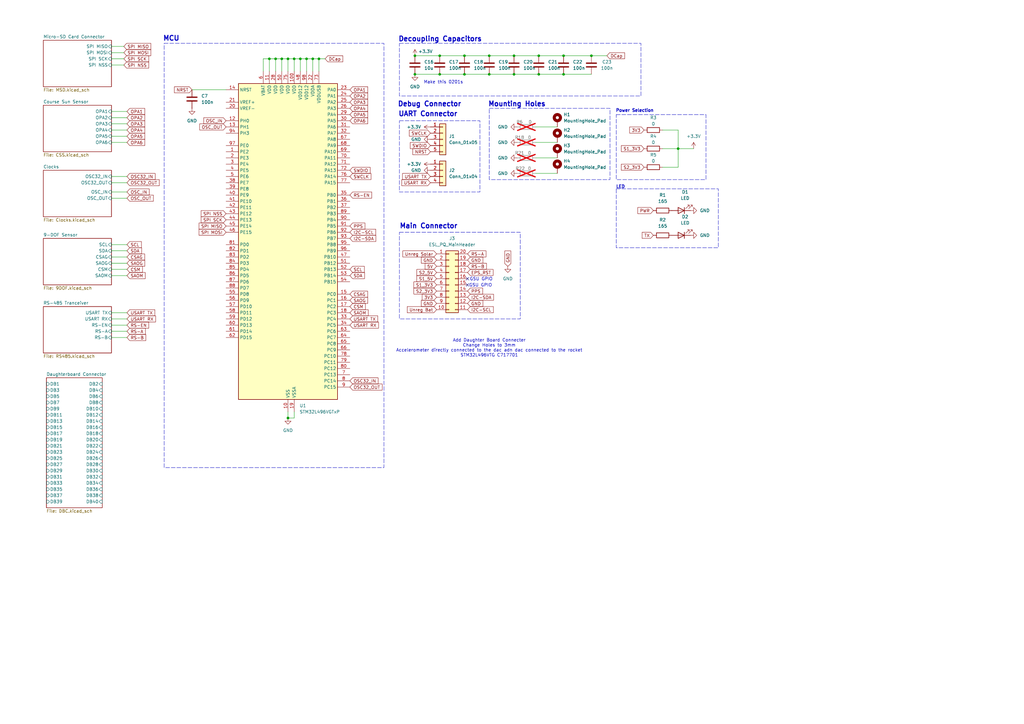
<source format=kicad_sch>
(kicad_sch (version 20231120) (generator "eeschema") (generator_version "8.0")
  (paper "A3")
  (title_block (title "ADCS OBC") (date "2024-04-18") (rev "V1") (comment 1 "22619291") (comment 2 "DP Theron"))
  (lib_symbols
    (symbol "+3.3V_1" (power) (pin_numbers hide) (pin_names (offset 0) hide)
      (property "Value" "+3.3V" (at 0 3.556 0))
      (symbol "+3.3V_1_0_1"
        (polyline (pts (xy -0.762 1.27) (xy 0 2.54)))
        (polyline (pts (xy 0 0) (xy 0 2.54)))
        (polyline (pts (xy 0 2.54) (xy 0.762 1.27)))
      )
      (symbol "+3.3V_1_1_1"
        (pin power_in line (at 0 0 90) (length 0) (name "~") (number "1"))
      )
    )
    (symbol "Connector_Generic:Conn_01x04" (pin_names (offset 1.016) hide)
      (property "Reference" "J" (at 0 5.08 0))
      (property "Value" "Conn_01x04" (at 0 -7.62 0))
      (symbol "Conn_01x04_1_1"
        (rectangle (start -1.27 -4.953) (end 0 -5.207) (stroke (width 0.1524)))
        (rectangle (start -1.27 -2.413) (end 0 -2.667) (stroke (width 0.1524)))
        (rectangle (start -1.27 0.127) (end 0 -0.127) (stroke (width 0.1524)))
        (rectangle (start -1.27 2.667) (end 0 2.413) (stroke (width 0.1524)))
        (rectangle (start -1.27 3.81) (end 1.27 -6.35) (stroke (width 0.254)) (fill (type background)))
        (pin passive line (at -5.08 2.54 0) (length 3.81) (name "Pin_1") (number "1"))
        (pin passive line (at -5.08 0 0) (length 3.81) (name "Pin_2") (number "2"))
        (pin passive line (at -5.08 -2.54 0) (length 3.81) (name "Pin_3") (number "3"))
        (pin passive line (at -5.08 -5.08 0) (length 3.81) (name "Pin_4") (number "4"))
      )
    )
    (symbol "Connector_Generic:Conn_01x05" (pin_names (offset 1.016) hide)
      (property "Reference" "J" (at 0 7.62 0))
      (property "Value" "Conn_01x05" (at 0 -7.62 0))
      (symbol "Conn_01x05_1_1"
        (rectangle (start -1.27 -4.953) (end 0 -5.207) (stroke (width 0.1524)))
        (rectangle (start -1.27 -2.413) (end 0 -2.667) (stroke (width 0.1524)))
        (rectangle (start -1.27 0.127) (end 0 -0.127) (stroke (width 0.1524)))
        (rectangle (start -1.27 2.667) (end 0 2.413) (stroke (width 0.1524)))
        (rectangle (start -1.27 5.207) (end 0 4.953) (stroke (width 0.1524)))
        (rectangle (start -1.27 6.35) (end 1.27 -6.35) (stroke (width 0.254)) (fill (type background)))
        (pin passive line (at -5.08 5.08 0) (length 3.81) (name "Pin_1") (number "1"))
        (pin passive line (at -5.08 2.54 0) (length 3.81) (name "Pin_2") (number "2"))
        (pin passive line (at -5.08 0 0) (length 3.81) (name "Pin_3") (number "3"))
        (pin passive line (at -5.08 -2.54 0) (length 3.81) (name "Pin_4") (number "4"))
        (pin passive line (at -5.08 -5.08 0) (length 3.81) (name "Pin_5") (number "5"))
      )
    )
    (symbol "Device:C" (pin_numbers hide) (pin_names (offset 0.254))
      (property "Reference" "C" (at 0.635 2.54 0))
      (property "Value" "C" (at 0.635 -2.54 0))
      (symbol "C_0_1"
        (polyline (pts (xy -2.032 -0.762) (xy 2.032 -0.762)) (stroke (width 0.508)))
        (polyline (pts (xy -2.032 0.762) (xy 2.032 0.762)) (stroke (width 0.508)))
      )
      (symbol "C_1_1"
        (pin passive line (at 0 3.81 270) (length 2.794) (name "~") (number "1"))
        (pin passive line (at 0 -3.81 90) (length 2.794) (name "~") (number "2"))
      )
    )
    (symbol "Device:LED" (pin_numbers hide) (pin_names (offset 1.016) hide)
      (property "Reference" "D" (at 0 2.54 0))
      (property "Value" "LED" (at 0 -2.54 0))
      (symbol "LED_0_1"
        (polyline (pts (xy -1.27 -1.27) (xy -1.27 1.27)) (stroke (width 0.254)))
        (polyline (pts (xy -1.27 0) (xy 1.27 0)))
        (polyline (pts (xy 1.27 -1.27) (xy 1.27 1.27) (xy -1.27 0) (xy 1.27 -1.27)) (stroke (width 0.254)))
        (polyline (pts (xy -3.048 -0.762) (xy -4.572 -2.286) (xy -3.81 -2.286) (xy -4.572 -2.286) (xy -4.572 -1.524)))
        (polyline (pts (xy -1.778 -0.762) (xy -3.302 -2.286) (xy -2.54 -2.286) (xy -3.302 -2.286) (xy -3.302 -1.524)))
      )
      (symbol "LED_1_1"
        (pin passive line (at -3.81 0 0) (length 2.54) (name "K") (number "1"))
        (pin passive line (at 3.81 0 180) (length 2.54) (name "A") (number "2"))
      )
    )
    (symbol "Device:R" (pin_numbers hide) (pin_names (offset 0))
      (property "Reference" "R" (at 2.032 0 90))
      (property "Value" "R" (at 0 0 90))
      (symbol "R_0_1"
        (rectangle (start -1.016 -2.54) (end 1.016 2.54) (stroke (width 0.254)))
      )
      (symbol "R_1_1"
        (pin passive line (at 0 3.81 270) (length 1.27) (name "~") (number "1"))
        (pin passive line (at 0 -3.81 90) (length 1.27) (name "~") (number "2"))
      )
    )
    (symbol "ESL_PQ:Conn_02x10_Counter_Clockwise" (pin_names (offset 1.016) hide)
      (property "Reference" "J" (at 1.27 12.7 0))
      (property "Value" "Conn_02x10_Counter_Clockwise" (at 1.27 -15.24 0))
      (symbol "Conn_02x10_Counter_Clockwise_1_1"
        (rectangle (start -1.27 -12.573) (end 0 -12.827) (stroke (width 0.1524)))
        (rectangle (start -1.27 -10.033) (end 0 -10.287) (stroke (width 0.1524)))
        (rectangle (start -1.27 -7.493) (end 0 -7.747) (stroke (width 0.1524)))
        (rectangle (start -1.27 -4.953) (end 0 -5.207) (stroke (width 0.1524)))
        (rectangle (start -1.27 -2.413) (end 0 -2.667) (stroke (width 0.1524)))
        (rectangle (start -1.27 0.127) (end 0 -0.127) (stroke (width 0.1524)))
        (rectangle (start -1.27 2.667) (end 0 2.413) (stroke (width 0.1524)))
        (rectangle (start -1.27 5.207) (end 0 4.953) (stroke (width 0.1524)))
        (rectangle (start -1.27 7.747) (end 0 7.493) (stroke (width 0.1524)))
        (rectangle (start -1.27 10.287) (end 0 10.033) (stroke (width 0.1524)))
        (rectangle (start -1.27 11.43) (end 3.81 -13.97) (stroke (width 0.254)) (fill (type background)))
        (rectangle (start 3.81 -12.573) (end 2.54 -12.827) (stroke (width 0.1524)))
        (rectangle (start 3.81 -10.033) (end 2.54 -10.287) (stroke (width 0.1524)))
        (rectangle (start 3.81 -7.493) (end 2.54 -7.747) (stroke (width 0.1524)))
        (rectangle (start 3.81 -4.953) (end 2.54 -5.207) (stroke (width 0.1524)))
        (rectangle (start 3.81 -2.413) (end 2.54 -2.667) (stroke (width 0.1524)))
        (rectangle (start 3.81 0.127) (end 2.54 -0.127) (stroke (width 0.1524)))
        (rectangle (start 3.81 2.667) (end 2.54 2.413) (stroke (width 0.1524)))
        (rectangle (start 3.81 5.207) (end 2.54 4.953) (stroke (width 0.1524)))
        (rectangle (start 3.81 7.747) (end 2.54 7.493) (stroke (width 0.1524)))
        (rectangle (start 3.81 10.287) (end 2.54 10.033) (stroke (width 0.1524)))
        (pin passive line (at -5.08 10.16 0) (length 3.81) (name "Pin_1") (number "1"))
        (pin passive line (at -5.08 -12.7 0) (length 3.81) (name "Pin_10") (number "10"))
        (pin passive line (at 7.62 -12.7 180) (length 3.81) (name "Pin_11") (number "11"))
        (pin passive line (at 7.62 -10.16 180) (length 3.81) (name "Pin_12") (number "12"))
        (pin passive line (at 7.62 -7.62 180) (length 3.81) (name "Pin_13") (number "13"))
        (pin passive line (at 7.62 -5.08 180) (length 3.81) (name "Pin_14") (number "14"))
        (pin passive line (at 7.62 -2.54 180) (length 3.81) (name "Pin_15") (number "15"))
        (pin passive line (at 7.62 0 180) (length 3.81) (name "Pin_16") (number "16"))
        (pin passive line (at 7.62 2.54 180) (length 3.81) (name "Pin_17") (number "17"))
        (pin passive line (at 7.62 5.08 180) (length 3.81) (name "Pin_18") (number "18"))
        (pin passive line (at 7.62 7.62 180) (length 3.81) (name "Pin_19") (number "19"))
        (pin passive line (at -5.08 7.62 0) (length 3.81) (name "Pin_2") (number "2"))
        (pin passive line (at 7.62 10.16 180) (length 3.81) (name "Pin_20") (number "20"))
        (pin passive line (at -5.08 5.08 0) (length 3.81) (name "Pin_3") (number "3"))
        (pin passive line (at -5.08 2.54 0) (length 3.81) (name "Pin_4") (number "4"))
        (pin passive line (at -5.08 0 0) (length 3.81) (name "Pin_5") (number "5"))
        (pin passive line (at -5.08 -2.54 0) (length 3.81) (name "Pin_6") (number "6"))
        (pin passive line (at -5.08 -5.08 0) (length 3.81) (name "Pin_7") (number "7"))
        (pin passive line (at -5.08 -7.62 0) (length 3.81) (name "Pin_8") (number "8"))
        (pin passive line (at -5.08 -10.16 0) (length 3.81) (name "Pin_9") (number "9"))
      )
    )
    (symbol "GND_1" (power) (pin_numbers hide) (pin_names (offset 0) hide)
      (property "Value" "GND" (at 0 -3.81 0))
      (symbol "GND_1_0_1"
        (polyline (pts (xy 0 0) (xy 0 -1.27) (xy 1.27 -1.27) (xy 0 -2.54) (xy -1.27 -1.27) (xy 0 -1.27)))
      )
      (symbol "GND_1_1_1"
        (pin power_in line (at 0 0 270) (length 0) (name "~") (number "1"))
      )
    )
    (symbol "GND_2" (power) (pin_numbers hide) (pin_names (offset 0) hide)
      (property "Value" "GND" (at 0 -3.81 0))
      (symbol "GND_2_0_1"
        (polyline (pts (xy 0 0) (xy 0 -1.27) (xy 1.27 -1.27) (xy 0 -2.54) (xy -1.27 -1.27) (xy 0 -1.27)))
      )
      (symbol "GND_2_1_1"
        (pin power_in line (at 0 0 270) (length 0) (name "~") (number "1"))
      )
    )
    (symbol "MCU_ST_STM32L4:STM32L496VGTxP"
      (property "Reference" "U" (at -20.32 67.31 0))
      (property "Value" "STM32L496VGTxP" (at 15.24 67.31 0))
      (symbol "STM32L496VGTxP_0_1"
        (rectangle (start -20.32 -63.5) (end 20.32 66.04) (stroke (width 0.254)) (fill (type background)))
      )
      (symbol "STM32L496VGTxP_1_1"
        (pin bidirectional line (at -25.4 38.1 0) (length 5.08) (name "PE2") (number "1"))
        (pin power_in line (at 0 -68.58 90) (length 5.08) (name "VSS") (number "10"))
        (pin power_in line (at 2.54 71.12 270) (length 5.08) (name "VDD") (number "100"))
        (pin power_in line (at -7.62 71.12 270) (length 5.08) (name "VDD") (number "11"))
        (pin bidirectional line (at -25.4 50.8 0) (length 5.08) (name "PH0") (number "12"))
        (pin bidirectional line (at -25.4 48.26 0) (length 5.08) (name "PH1") (number "13"))
        (pin input line (at -25.4 63.5 0) (length 5.08) (name "NRST") (number "14"))
        (pin bidirectional line (at 25.4 -20.32 180) (length 5.08) (name "PC0") (number "15"))
        (pin bidirectional line (at 25.4 -22.86 180) (length 5.08) (name "PC1") (number "16"))
        (pin bidirectional line (at 25.4 -25.4 180) (length 5.08) (name "PC2") (number "17"))
        (pin bidirectional line (at 25.4 -27.94 180) (length 5.08) (name "PC3") (number "18"))
        (pin power_in line (at 2.54 -68.58 90) (length 5.08) (name "VSSA") (number "19"))
        (pin bidirectional line (at -25.4 35.56 0) (length 5.08) (name "PE3") (number "2"))
        (pin input line (at -25.4 55.88 0) (length 5.08) (name "VREF-") (number "20"))
        (pin input line (at -25.4 58.42 0) (length 5.08) (name "VREF+") (number "21"))
        (pin power_in line (at 10.16 71.12 270) (length 5.08) (name "VDDA") (number "22"))
        (pin bidirectional line (at 25.4 63.5 180) (length 5.08) (name "PA0") (number "23"))
        (pin bidirectional line (at 25.4 60.96 180) (length 5.08) (name "PA1") (number "24"))
        (pin bidirectional line (at 25.4 58.42 180) (length 5.08) (name "PA2") (number "25"))
        (pin bidirectional line (at 25.4 55.88 180) (length 5.08) (name "PA3") (number "26"))
        (pin passive line (at 0 -68.58 90) (length 5.08) hide (name "VSS") (number "27"))
        (pin power_in line (at -5.08 71.12 270) (length 5.08) (name "VDD") (number "28"))
        (pin bidirectional line (at 25.4 53.34 180) (length 5.08) (name "PA4") (number "29"))
        (pin bidirectional line (at -25.4 33.02 0) (length 5.08) (name "PE4") (number "3"))
        (pin bidirectional line (at 25.4 50.8 180) (length 5.08) (name "PA5") (number "30"))
        (pin bidirectional line (at 25.4 48.26 180) (length 5.08) (name "PA6") (number "31"))
        (pin bidirectional line (at 25.4 45.72 180) (length 5.08) (name "PA7") (number "32"))
        (pin bidirectional line (at 25.4 -30.48 180) (length 5.08) (name "PC4") (number "33"))
        (pin bidirectional line (at 25.4 -33.02 180) (length 5.08) (name "PC5") (number "34"))
        (pin bidirectional line (at 25.4 20.32 180) (length 5.08) (name "PB0") (number "35"))
        (pin bidirectional line (at 25.4 17.78 180) (length 5.08) (name "PB1") (number "36"))
        (pin bidirectional line (at 25.4 15.24 180) (length 5.08) (name "PB2") (number "37"))
        (pin bidirectional line (at -25.4 25.4 0) (length 5.08) (name "PE7") (number "38"))
        (pin bidirectional line (at -25.4 22.86 0) (length 5.08) (name "PE8") (number "39"))
        (pin bidirectional line (at -25.4 30.48 0) (length 5.08) (name "PE5") (number "4"))
        (pin bidirectional line (at -25.4 20.32 0) (length 5.08) (name "PE9") (number "40"))
        (pin bidirectional line (at -25.4 17.78 0) (length 5.08) (name "PE10") (number "41"))
        (pin bidirectional line (at -25.4 15.24 0) (length 5.08) (name "PE11") (number "42"))
        (pin bidirectional line (at -25.4 12.7 0) (length 5.08) (name "PE12") (number "43"))
        (pin bidirectional line (at -25.4 10.16 0) (length 5.08) (name "PE13") (number "44"))
        (pin bidirectional line (at -25.4 7.62 0) (length 5.08) (name "PE14") (number "45"))
        (pin bidirectional line (at -25.4 5.08 0) (length 5.08) (name "PE15") (number "46"))
        (pin bidirectional line (at 25.4 -5.08 180) (length 5.08) (name "PB10") (number "47"))
        (pin power_in line (at 5.08 71.12 270) (length 5.08) (name "VDD12") (number "48"))
        (pin passive line (at 0 -68.58 90) (length 5.08) hide (name "VSS") (number "49"))
        (pin bidirectional line (at -25.4 27.94 0) (length 5.08) (name "PE6") (number "5"))
        (pin power_in line (at -2.54 71.12 270) (length 5.08) (name "VDD") (number "50"))
        (pin bidirectional line (at 25.4 -7.62 180) (length 5.08) (name "PB12") (number "51"))
        (pin bidirectional line (at 25.4 -10.16 180) (length 5.08) (name "PB13") (number "52"))
        (pin bidirectional line (at 25.4 -12.7 180) (length 5.08) (name "PB14") (number "53"))
        (pin bidirectional line (at 25.4 -15.24 180) (length 5.08) (name "PB15") (number "54"))
        (pin bidirectional line (at -25.4 -20.32 0) (length 5.08) (name "PD8") (number "55"))
        (pin bidirectional line (at -25.4 -22.86 0) (length 5.08) (name "PD9") (number "56"))
        (pin bidirectional line (at -25.4 -25.4 0) (length 5.08) (name "PD10") (number "57"))
        (pin bidirectional line (at -25.4 -27.94 0) (length 5.08) (name "PD11") (number "58"))
        (pin bidirectional line (at -25.4 -30.48 0) (length 5.08) (name "PD12") (number "59"))
        (pin power_in line (at -10.16 71.12 270) (length 5.08) (name "VBAT") (number "6"))
        (pin bidirectional line (at -25.4 -33.02 0) (length 5.08) (name "PD13") (number "60"))
        (pin bidirectional line (at -25.4 -35.56 0) (length 5.08) (name "PD14") (number "61"))
        (pin bidirectional line (at -25.4 -38.1 0) (length 5.08) (name "PD15") (number "62"))
        (pin bidirectional line (at 25.4 -35.56 180) (length 5.08) (name "PC6") (number "63"))
        (pin bidirectional line (at 25.4 -38.1 180) (length 5.08) (name "PC7") (number "64"))
        (pin bidirectional line (at 25.4 -40.64 180) (length 5.08) (name "PC8") (number "65"))
        (pin bidirectional line (at 25.4 -43.18 180) (length 5.08) (name "PC9") (number "66"))
        (pin bidirectional line (at 25.4 43.18 180) (length 5.08) (name "PA8") (number "67"))
        (pin bidirectional line (at 25.4 40.64 180) (length 5.08) (name "PA9") (number "68"))
        (pin bidirectional line (at 25.4 38.1 180) (length 5.08) (name "PA10") (number "69"))
        (pin bidirectional line (at 25.4 -53.34 180) (length 5.08) (name "PC13") (number "7"))
        (pin bidirectional line (at 25.4 35.56 180) (length 5.08) (name "PA11") (number "70"))
        (pin bidirectional line (at 25.4 33.02 180) (length 5.08) (name "PA12") (number "71"))
        (pin bidirectional line (at 25.4 30.48 180) (length 5.08) (name "PA13") (number "72"))
        (pin power_in line (at 12.7 71.12 270) (length 5.08) (name "VDDUSB") (number "73"))
        (pin passive line (at 0 -68.58 90) (length 5.08) hide (name "VSS") (number "74"))
        (pin power_in line (at 0 71.12 270) (length 5.08) (name "VDD") (number "75"))
        (pin bidirectional line (at 25.4 27.94 180) (length 5.08) (name "PA14") (number "76"))
        (pin bidirectional line (at 25.4 25.4 180) (length 5.08) (name "PA15") (number "77"))
        (pin bidirectional line (at 25.4 -45.72 180) (length 5.08) (name "PC10") (number "78"))
        (pin bidirectional line (at 25.4 -48.26 180) (length 5.08) (name "PC11") (number "79"))
        (pin bidirectional line (at 25.4 -55.88 180) (length 5.08) (name "PC14") (number "8"))
        (pin bidirectional line (at 25.4 -50.8 180) (length 5.08) (name "PC12") (number "80"))
        (pin bidirectional line (at -25.4 0 0) (length 5.08) (name "PD0") (number "81"))
        (pin bidirectional line (at -25.4 -2.54 0) (length 5.08) (name "PD1") (number "82"))
        (pin bidirectional line (at -25.4 -5.08 0) (length 5.08) (name "PD2") (number "83"))
        (pin bidirectional line (at -25.4 -7.62 0) (length 5.08) (name "PD3") (number "84"))
        (pin bidirectional line (at -25.4 -10.16 0) (length 5.08) (name "PD4") (number "85"))
        (pin bidirectional line (at -25.4 -12.7 0) (length 5.08) (name "PD5") (number "86"))
        (pin bidirectional line (at -25.4 -15.24 0) (length 5.08) (name "PD6") (number "87"))
        (pin bidirectional line (at -25.4 -17.78 0) (length 5.08) (name "PD7") (number "88"))
        (pin bidirectional line (at 25.4 12.7 180) (length 5.08) (name "PB3") (number "89"))
        (pin bidirectional line (at 25.4 -58.42 180) (length 5.08) (name "PC15") (number "9"))
        (pin bidirectional line (at 25.4 10.16 180) (length 5.08) (name "PB4") (number "90"))
        (pin bidirectional line (at 25.4 7.62 180) (length 5.08) (name "PB5") (number "91"))
        (pin bidirectional line (at 25.4 5.08 180) (length 5.08) (name "PB6") (number "92"))
        (pin bidirectional line (at 25.4 2.54 180) (length 5.08) (name "PB7") (number "93"))
        (pin bidirectional line (at -25.4 45.72 0) (length 5.08) (name "PH3") (number "94"))
        (pin bidirectional line (at 25.4 0 180) (length 5.08) (name "PB8") (number "95"))
        (pin bidirectional line (at 25.4 -2.54 180) (length 5.08) (name "PB9") (number "96"))
        (pin bidirectional line (at -25.4 40.64 0) (length 5.08) (name "PE0") (number "97"))
        (pin power_in line (at 7.62 71.12 270) (length 5.08) (name "VDD12") (number "98"))
        (pin passive line (at 0 -68.58 90) (length 5.08) hide (name "VSS") (number "99"))
      )
    )
    (symbol "Mechanical:MountingHole_Pad" (pin_numbers hide) (pin_names (offset 1.016) hide) (exclude_from_sim yes) (in_bom no)
      (property "Reference" "H" (at 0 6.35 0))
      (property "Value" "MountingHole_Pad" (at 0 4.445 0))
      (symbol "MountingHole_Pad_0_1"
        (circle (center 0 1.27) (radius 1.27) (stroke (width 1.27)))
      )
      (symbol "MountingHole_Pad_1_1"
        (pin input line (at 0 -2.54 90) (length 2.54) (name "1") (number "1"))
      )
    )
    (symbol "power:+3.3V" (power) (pin_names (offset 0))
      (property "Value" "+3.3V" (at 0 3.556 0))
      (symbol "+3.3V_0_1"
        (polyline (pts (xy -0.762 1.27) (xy 0 2.54)))
        (polyline (pts (xy 0 0) (xy 0 2.54)))
        (polyline (pts (xy 0 2.54) (xy 0.762 1.27)))
      )
      (symbol "+3.3V_1_1"
        (pin power_in line (at 0 0 90) (length 0) hide (name "+3.3V") (number "1"))
      )
    )
    (symbol "power:GND" (power) (pin_names (offset 0))
      (property "Value" "GND" (at 0 -3.81 0))
      (symbol "GND_0_1"
        (polyline (pts (xy 0 0) (xy 0 -1.27) (xy 1.27 -1.27) (xy 0 -2.54) (xy -1.27 -1.27) (xy 0 -1.27)))
      )
      (symbol "GND_1_1"
        (pin power_in line (at 0 0 270) (length 0) hide (name "GND") (number "1"))
      )
    )
  )
  (junction (at 242.57 22.86))
  (junction (at 180.34 22.86))
  (junction (at 180.34 30.48))
  (junction (at 231.14 30.48))
  (junction (at 220.98 22.86))
  (junction (at 115.57 24.13))
  (junction (at 210.82 22.86))
  (junction (at 190.5 30.48))
  (junction (at 190.5 22.86))
  (junction (at 170.18 30.48))
  (junction (at 220.98 30.48))
  (junction (at 128.27 24.13))
  (junction (at 200.66 30.48))
  (junction (at 210.82 30.48))
  (junction (at 118.11 171.45))
  (junction (at 130.81 24.13))
  (junction (at 123.19 24.13))
  (junction (at 200.66 22.86))
  (junction (at 125.73 24.13))
  (junction (at 113.03 24.13))
  (junction (at 120.65 24.13))
  (junction (at 278.13 60.96))
  (junction (at 231.14 22.86))
  (junction (at 110.49 24.13))
  (junction (at 170.18 22.86))
  (junction (at 118.11 24.13))
  (no_connect (at 191.77 116.84))
  (no_connect (at 191.77 114.3))
  (wire (pts (xy 190.5 30.48) (xy 200.66 30.48)))
  (wire (pts (xy 110.49 24.13) (xy 110.49 29.21)))
  (wire (pts (xy 170.18 22.86) (xy 180.34 22.86)))
  (wire (pts (xy 115.57 24.13) (xy 115.57 29.21)))
  (wire (pts (xy 45.72 113.03) (xy 52.07 113.03)))
  (wire (pts (xy 219.71 64.77) (xy 228.6 64.77)))
  (wire (pts (xy 120.65 24.13) (xy 123.19 24.13)))
  (wire (pts (xy 45.72 130.81) (xy 52.07 130.81)))
  (wire (pts (xy 45.72 48.26) (xy 52.07 48.26)))
  (wire (pts (xy 219.71 52.07) (xy 228.6 52.07)))
  (wire (pts (xy 123.19 24.13) (xy 125.73 24.13)))
  (wire (pts (xy 78.74 36.83) (xy 92.71 36.83)))
  (wire (pts (xy 278.13 53.34) (xy 278.13 60.96)))
  (wire (pts (xy 110.49 24.13) (xy 107.95 24.13)))
  (wire (pts (xy 45.72 74.93) (xy 52.07 74.93)))
  (wire (pts (xy 220.98 30.48) (xy 231.14 30.48)))
  (wire (pts (xy 45.72 55.88) (xy 52.07 55.88)))
  (wire (pts (xy 118.11 168.91) (xy 118.11 171.45)))
  (wire (pts (xy 128.27 29.21) (xy 128.27 24.13)))
  (wire (pts (xy 120.65 24.13) (xy 118.11 24.13)))
  (wire (pts (xy 120.65 24.13) (xy 120.65 29.21)))
  (wire (pts (xy 45.72 128.27) (xy 52.07 128.27)))
  (wire (pts (xy 210.82 30.48) (xy 220.98 30.48)))
  (wire (pts (xy 45.72 24.13) (xy 50.8 24.13)))
  (wire (pts (xy 200.66 30.48) (xy 210.82 30.48)))
  (wire (pts (xy 45.72 133.35) (xy 52.07 133.35)))
  (wire (pts (xy 130.81 24.13) (xy 130.81 29.21)))
  (wire (pts (xy 45.72 107.95) (xy 52.07 107.95)))
  (wire (pts (xy 200.66 22.86) (xy 210.82 22.86)))
  (wire (pts (xy 45.72 78.74) (xy 52.07 78.74)))
  (wire (pts (xy 118.11 171.45) (xy 120.65 171.45)))
  (wire (pts (xy 219.71 71.12) (xy 228.6 71.12)))
  (wire (pts (xy 45.72 102.87) (xy 52.07 102.87)))
  (wire (pts (xy 45.72 53.34) (xy 52.07 53.34)))
  (wire (pts (xy 107.95 24.13) (xy 107.95 29.21)))
  (wire (pts (xy 45.72 110.49) (xy 52.07 110.49)))
  (wire (pts (xy 45.72 50.8) (xy 52.07 50.8)))
  (wire (pts (xy 125.73 24.13) (xy 128.27 24.13)))
  (wire (pts (xy 45.72 72.39) (xy 52.07 72.39)))
  (wire (pts (xy 278.13 68.58) (xy 271.78 68.58)))
  (wire (pts (xy 45.72 58.42) (xy 52.07 58.42)))
  (wire (pts (xy 231.14 22.86) (xy 242.57 22.86)))
  (wire (pts (xy 45.72 100.33) (xy 52.07 100.33)))
  (wire (pts (xy 45.72 135.89) (xy 52.07 135.89)))
  (wire (pts (xy 110.49 24.13) (xy 113.03 24.13)))
  (wire (pts (xy 130.81 24.13) (xy 133.35 24.13)))
  (wire (pts (xy 231.14 30.48) (xy 242.57 30.48)))
  (wire (pts (xy 271.78 60.96) (xy 278.13 60.96)))
  (wire (pts (xy 120.65 171.45) (xy 120.65 168.91)))
  (wire (pts (xy 210.82 22.86) (xy 220.98 22.86)))
  (wire (pts (xy 284.48 60.96) (xy 278.13 60.96)))
  (wire (pts (xy 45.72 105.41) (xy 52.07 105.41)))
  (wire (pts (xy 45.72 45.72) (xy 52.07 45.72)))
  (wire (pts (xy 45.72 138.43) (xy 52.07 138.43)))
  (wire (pts (xy 180.34 30.48) (xy 190.5 30.48)))
  (wire (pts (xy 190.5 22.86) (xy 200.66 22.86)))
  (wire (pts (xy 128.27 24.13) (xy 130.81 24.13)))
  (wire (pts (xy 219.71 58.42) (xy 228.6 58.42)))
  (wire (pts (xy 271.78 53.34) (xy 278.13 53.34)))
  (wire (pts (xy 125.73 24.13) (xy 125.73 29.21)))
  (wire (pts (xy 45.72 26.67) (xy 50.8 26.67)))
  (wire (pts (xy 220.98 22.86) (xy 231.14 22.86)))
  (wire (pts (xy 45.72 81.28) (xy 52.07 81.28)))
  (wire (pts (xy 118.11 24.13) (xy 118.11 29.21)))
  (wire (pts (xy 123.19 29.21) (xy 123.19 24.13)))
  (wire (pts (xy 45.72 21.59) (xy 50.8 21.59)))
  (wire (pts (xy 113.03 24.13) (xy 115.57 24.13)))
  (wire (pts (xy 180.34 22.86) (xy 190.5 22.86)))
  (wire (pts (xy 113.03 24.13) (xy 113.03 29.21)))
  (wire (pts (xy 242.57 22.86) (xy 248.92 22.86)))
  (wire (pts (xy 118.11 24.13) (xy 115.57 24.13)))
  (wire (pts (xy 170.18 30.48) (xy 180.34 30.48)))
  (wire (pts (xy 45.72 19.05) (xy 50.8 19.05)))
  (wire (pts (xy 278.13 60.96) (xy 278.13 68.58)))
  (rectangle (start 200.66 44.45) (end 250.19 73.66) (stroke (width 0) (type dash)))
  (rectangle (start 163.83 95.25) (end 213.36 130.81) (stroke (width 0) (type dash)))
  (rectangle (start 163.83 49.53) (end 196.85 78.74) (stroke (width 0) (type dash)))
  (rectangle (start 67.31 17.78) (end 157.48 191.77) (stroke (width 0) (type dash)))
  (rectangle (start 163.83 17.78) (end 262.89 39.37) (stroke (width 0) (type dash)))
  (rectangle (start 252.73 77.47) (end 294.64 101.6) (stroke (width 0) (type dash)))
  (rectangle (start 252.73 46.99) (end 289.56 73.66) (stroke (width 0) (type dash)))
  (text "GSU GPIO" (at 197.104 117.094 0) (effects (font (size 1.27 1.27))))
  (text "Power Selection" (at 260.35 45.466 0) (effects (font (size 1.27 1.27) (thickness 0.254) (bold yes))))
  (text "UART Connector" (at 163.322 48.006 0) (effects (font (size 2 2) (thickness 0.4) (bold yes)) (justify left bottom)))
  (text "LED" (at 254.508 76.708 0) (effects (font (size 1.27 1.27) (thickness 0.254) (bold yes))))
  (text "Decoupling Capacitors" (at 163.322 17.272 0) (effects (font (size 2 2) (bold yes)) (justify left bottom)))
  (text "Mounting Holes" (at 200.152 43.942 0) (effects (font (size 2 2) (thickness 0.4) (bold yes)) (justify left bottom)))
  (text "Debug Connector" (at 163.068 43.942 0) (effects (font (size 2 2) (thickness 0.4) (bold yes)) (justify left bottom)))
  (text "Add Daughter Board Connecter\nChange Holes to 3mm\nAccelerometer directly connected to the dac adn dac connected to the rocket\nSTM32L496VTG C717701" (at 200.66 142.748 0) (effects (font (size 1.27 1.27))))
  (text "Main Connector" (at 163.83 93.98 0) (effects (font (size 2 2) (thickness 0.4) (bold yes)) (justify left bottom)))
  (text "GSU GPIO" (at 197.358 114.554 0) (effects (font (size 1.27 1.27))))
  (text "MCU" (at 66.802 17.018 0) (effects (font (size 2 2) (bold yes)) (justify left bottom)))
  (text "Make this 0201s" (at 181.864 33.782 0) (effects (font (size 1.27 1.27))))
  (global_label "USART RX" (shape input) (at 52.07 130.81 0) (property "Intersheetrefs" "${INTERSHEET_REFS}" (effects (hide yes))))
  (global_label "OSC32_OUT" (shape input) (at 52.07 74.93 0) (property "Intersheetrefs" "${INTERSHEET_REFS}" (effects (hide yes))))
  (global_label "SWDIO" (shape input) (at 176.53 59.69 180) (property "Intersheetrefs" "${INTERSHEET_REFS}" (effects (hide yes))))
  (global_label "RS-B" (shape input) (at 52.07 138.43 0) (property "Intersheetrefs" "${INTERSHEET_REFS}" (effects (hide yes))))
  (global_label "SPI NSS" (shape input) (at 92.71 87.63 180) (property "Intersheetrefs" "${INTERSHEET_REFS}" (effects (hide yes))))
  (global_label "RS-A" (shape input) (at 52.07 135.89 0) (property "Intersheetrefs" "${INTERSHEET_REFS}" (effects (hide yes))))
  (global_label "PPS" (shape input) (at 143.51 92.71 0) (property "Intersheetrefs" "${INTERSHEET_REFS}" (effects (hide yes))))
  (global_label "SPI MISO" (shape input) (at 92.71 92.71 180) (property "Intersheetrefs" "${INTERSHEET_REFS}" (effects (hide yes))))
  (global_label "SPI MOSI" (shape input) (at 50.8 21.59 0) (property "Intersheetrefs" "${INTERSHEET_REFS}" (effects (hide yes))))
  (global_label "S1_5V" (shape input) (at 179.07 114.3 180) (property "Intersheetrefs" "${INTERSHEET_REFS}" (effects (hide yes))))
  (global_label "GND" (shape input) (at 191.77 124.46 0) (property "Intersheetrefs" "${INTERSHEET_REFS}" (effects (hide yes))))
  (global_label "3V3" (shape input) (at 264.16 53.34 180) (property "Intersheetrefs" "${INTERSHEET_REFS}" (effects (hide yes))))
  (global_label "OPA4" (shape input) (at 52.07 53.34 0) (property "Intersheetrefs" "${INTERSHEET_REFS}" (effects (hide yes))))
  (global_label "USART TX" (shape input) (at 176.53 72.39 180) (property "Intersheetrefs" "${INTERSHEET_REFS}" (effects (hide yes))))
  (global_label "SPI NSS" (shape input) (at 50.8 26.67 0) (property "Intersheetrefs" "${INTERSHEET_REFS}" (effects (hide yes))))
  (global_label "SPI MOSI" (shape input) (at 92.71 95.25 180) (property "Intersheetrefs" "${INTERSHEET_REFS}" (effects (hide yes))))
  (global_label "SDA" (shape input) (at 143.51 113.03 0) (property "Intersheetrefs" "${INTERSHEET_REFS}" (effects (hide yes))))
  (global_label "CSM" (shape input) (at 52.07 110.49 0) (property "Intersheetrefs" "${INTERSHEET_REFS}" (effects (hide yes))))
  (global_label "S2_3V3" (shape input) (at 179.07 119.38 180) (property "Intersheetrefs" "${INTERSHEET_REFS}" (effects (hide yes))))
  (global_label "SPI MISO" (shape input) (at 50.8 19.05 0) (property "Intersheetrefs" "${INTERSHEET_REFS}" (effects (hide yes))))
  (global_label "OPA2" (shape input) (at 143.51 39.37 0) (property "Intersheetrefs" "${INTERSHEET_REFS}" (effects (hide yes))))
  (global_label "I2C-SCL" (shape input) (at 191.77 127 0) (property "Intersheetrefs" "${INTERSHEET_REFS}" (effects (hide yes))))
  (global_label "SDA" (shape input) (at 52.07 102.87 0) (property "Intersheetrefs" "${INTERSHEET_REFS}" (effects (hide yes))))
  (global_label "SAOG" (shape input) (at 52.07 107.95 0) (property "Intersheetrefs" "${INTERSHEET_REFS}" (effects (hide yes))))
  (global_label "RS-B" (shape input) (at 191.77 109.22 0) (property "Intersheetrefs" "${INTERSHEET_REFS}" (effects (hide yes))))
  (global_label "RS-A" (shape input) (at 191.77 104.14 0) (property "Intersheetrefs" "${INTERSHEET_REFS}" (effects (hide yes))))
  (global_label "NRST" (shape input) (at 176.53 62.23 180) (property "Intersheetrefs" "${INTERSHEET_REFS}" (effects (hide yes))))
  (global_label "SCL" (shape input) (at 143.51 110.49 0) (property "Intersheetrefs" "${INTERSHEET_REFS}" (effects (hide yes))))
  (global_label "OPA5" (shape input) (at 143.51 46.99 0) (property "Intersheetrefs" "${INTERSHEET_REFS}" (effects (hide yes))))
  (global_label "RS-EN" (shape input) (at 143.51 80.01 0) (property "Intersheetrefs" "${INTERSHEET_REFS}" (effects (hide yes))))
  (global_label "SAOM" (shape input) (at 52.07 113.03 0) (property "Intersheetrefs" "${INTERSHEET_REFS}" (effects (hide yes))))
  (global_label "OPA3" (shape input) (at 143.51 41.91 0) (property "Intersheetrefs" "${INTERSHEET_REFS}" (effects (hide yes))))
  (global_label "OPA3" (shape input) (at 52.07 50.8 0) (property "Intersheetrefs" "${INTERSHEET_REFS}" (effects (hide yes))))
  (global_label "OPA2" (shape input) (at 52.07 48.26 0) (property "Intersheetrefs" "${INTERSHEET_REFS}" (effects (hide yes))))
  (global_label "GND" (shape input) (at 191.77 106.68 0) (property "Intersheetrefs" "${INTERSHEET_REFS}" (effects (hide yes))))
  (global_label "RS-EN" (shape input) (at 52.07 133.35 0) (property "Intersheetrefs" "${INTERSHEET_REFS}" (effects (hide yes))))
  (global_label "3V3" (shape input) (at 179.07 121.92 180) (property "Intersheetrefs" "${INTERSHEET_REFS}" (effects (hide yes))))
  (global_label "I2C-SCL" (shape input) (at 143.51 95.25 0) (property "Intersheetrefs" "${INTERSHEET_REFS}" (effects (hide yes))))
  (global_label "PPS" (shape input) (at 191.77 119.38 0) (property "Intersheetrefs" "${INTERSHEET_REFS}" (effects (hide yes))))
  (global_label "I2C-SDA" (shape input) (at 191.77 121.92 0) (property "Intersheetrefs" "${INTERSHEET_REFS}" (effects (hide yes))))
  (global_label "CSAG" (shape input) (at 143.51 120.65 0) (property "Intersheetrefs" "${INTERSHEET_REFS}" (effects (hide yes))))
  (global_label "OSC_IN" (shape input) (at 52.07 78.74 0) (property "Intersheetrefs" "${INTERSHEET_REFS}" (effects (hide yes))))
  (global_label "PWR" (shape input) (at 267.97 86.36 180) (property "Intersheetrefs" "${INTERSHEET_REFS}" (effects (hide yes))))
  (global_label "NRST" (shape input) (at 78.74 36.83 180) (property "Intersheetrefs" "${INTERSHEET_REFS}" (effects (hide yes))))
  (global_label "OPA5" (shape input) (at 52.07 55.88 0) (property "Intersheetrefs" "${INTERSHEET_REFS}" (effects (hide yes))))
  (global_label "CSM" (shape input) (at 143.51 125.73 0) (property "Intersheetrefs" "${INTERSHEET_REFS}" (effects (hide yes))))
  (global_label "SWDIO" (shape input) (at 143.51 69.85 0) (property "Intersheetrefs" "${INTERSHEET_REFS}" (effects (hide yes))))
  (global_label "OPA6" (shape input) (at 52.07 58.42 0) (property "Intersheetrefs" "${INTERSHEET_REFS}" (effects (hide yes))))
  (global_label "SWCLK" (shape input) (at 176.53 54.61 180) (property "Intersheetrefs" "${INTERSHEET_REFS}" (effects (hide yes))))
  (global_label "OSC32_IN" (shape input) (at 52.07 72.39 0) (property "Intersheetrefs" "${INTERSHEET_REFS}" (effects (hide yes))))
  (global_label "TX" (shape input) (at 267.97 96.52 180) (property "Intersheetrefs" "${INTERSHEET_REFS}" (effects (hide yes))))
  (global_label "OPA4" (shape input) (at 143.51 44.45 0) (property "Intersheetrefs" "${INTERSHEET_REFS}" (effects (hide yes))))
  (global_label "SAOG" (shape input) (at 143.51 123.19 0) (property "Intersheetrefs" "${INTERSHEET_REFS}" (effects (hide yes))))
  (global_label "OSC32_OUT" (shape input) (at 143.51 158.75 0) (property "Intersheetrefs" "${INTERSHEET_REFS}" (effects (hide yes))))
  (global_label "SPI SCK" (shape input) (at 92.71 90.17 180) (property "Intersheetrefs" "${INTERSHEET_REFS}" (effects (hide yes))))
  (global_label "USART TX" (shape input) (at 143.51 130.81 0) (property "Intersheetrefs" "${INTERSHEET_REFS}" (effects (hide yes))))
  (global_label "GND" (shape input) (at 179.07 106.68 180) (property "Intersheetrefs" "${INTERSHEET_REFS}" (effects (hide yes))))
  (global_label "OSC_OUT" (shape input) (at 92.71 52.07 180) (property "Intersheetrefs" "${INTERSHEET_REFS}" (effects (hide yes))))
  (global_label "DCap" (shape input) (at 248.92 22.86 0) (property "Intersheetrefs" "${INTERSHEET_REFS}" (effects (hide yes))))
  (global_label "GND" (shape input) (at 179.07 124.46 180) (property "Intersheetrefs" "${INTERSHEET_REFS}" (effects (hide yes))))
  (global_label "CSAG" (shape input) (at 52.07 105.41 0) (property "Intersheetrefs" "${INTERSHEET_REFS}" (effects (hide yes))))
  (global_label "SWCLK" (shape input) (at 143.51 72.39 0) (property "Intersheetrefs" "${INTERSHEET_REFS}" (effects (hide yes))))
  (global_label "OSC32_IN" (shape input) (at 143.51 156.21 0) (property "Intersheetrefs" "${INTERSHEET_REFS}" (effects (hide yes))))
  (global_label "SCL" (shape input) (at 52.07 100.33 0) (property "Intersheetrefs" "${INTERSHEET_REFS}" (effects (hide yes))))
  (global_label "Unreg Solar" (shape input) (at 179.07 104.14 180) (property "Intersheetrefs" "${INTERSHEET_REFS}" (effects (hide yes))))
  (global_label "EPS_RST" (shape input) (at 191.77 111.76 0) (property "Intersheetrefs" "${INTERSHEET_REFS}" (effects (hide yes))))
  (global_label "Unreg Bat" (shape input) (at 179.07 127 180) (property "Intersheetrefs" "${INTERSHEET_REFS}" (effects (hide yes))))
  (global_label "OPA1" (shape input) (at 143.51 36.83 0) (property "Intersheetrefs" "${INTERSHEET_REFS}" (effects (hide yes))))
  (global_label "SAOM" (shape input) (at 143.51 128.27 0) (property "Intersheetrefs" "${INTERSHEET_REFS}" (effects (hide yes))))
  (global_label "5V" (shape input) (at 179.07 109.22 180) (property "Intersheetrefs" "${INTERSHEET_REFS}" (effects (hide yes))))
  (global_label "SPI SCK" (shape input) (at 50.8 24.13 0) (property "Intersheetrefs" "${INTERSHEET_REFS}" (effects (hide yes))))
  (global_label "USART RX" (shape input) (at 176.53 74.93 180) (property "Intersheetrefs" "${INTERSHEET_REFS}" (effects (hide yes))))
  (global_label "USART TX" (shape input) (at 52.07 128.27 0) (property "Intersheetrefs" "${INTERSHEET_REFS}" (effects (hide yes))))
  (global_label "OPA1" (shape input) (at 52.07 45.72 0) (property "Intersheetrefs" "${INTERSHEET_REFS}" (effects (hide yes))))
  (global_label "OSC_IN" (shape input) (at 92.71 49.53 180) (property "Intersheetrefs" "${INTERSHEET_REFS}" (effects (hide yes))))
  (global_label "S2_5V" (shape input) (at 179.07 111.76 180) (property "Intersheetrefs" "${INTERSHEET_REFS}" (effects (hide yes))))
  (global_label "OPA6" (shape input) (at 143.51 49.53 0) (property "Intersheetrefs" "${INTERSHEET_REFS}" (effects (hide yes))))
  (global_label "S1_3V3" (shape input) (at 179.07 116.84 180) (property "Intersheetrefs" "${INTERSHEET_REFS}" (effects (hide yes))))
  (global_label "USART RX" (shape input) (at 143.51 133.35 0) (property "Intersheetrefs" "${INTERSHEET_REFS}" (effects (hide yes))))
  (global_label "OSC_OUT" (shape input) (at 52.07 81.28 0) (property "Intersheetrefs" "${INTERSHEET_REFS}" (effects (hide yes))))
  (global_label "S2_3V3" (shape input) (at 264.16 68.58 180) (property "Intersheetrefs" "${INTERSHEET_REFS}" (effects (hide yes))))
  (global_label "DCap" (shape input) (at 133.35 24.13 0) (property "Intersheetrefs" "${INTERSHEET_REFS}" (effects (hide yes))))
  (global_label "S1_3V3" (shape input) (at 264.16 60.96 180) (property "Intersheetrefs" "${INTERSHEET_REFS}" (effects (hide yes))))
  (global_label "GND" (shape input) (at 208.28 109.22 90) (property "Intersheetrefs" "${INTERSHEET_REFS}" (effects (hide yes))))
  (global_label "I2C-SDA" (shape input) (at 143.51 97.79 0) (property "Intersheetrefs" "${INTERSHEET_REFS}" (effects (hide yes))))
  (symbol (lib_id "Device:LED") (at 279.4 86.36 180) (unit 1)
    (property "Reference" "D1" (at 280.9875 78.74 0))
    (property "Value" "LED" (at 280.9875 81.28 0))
    (property "Footprint" "LED_SMD:LED_0603_1608Metric" (effects (hide yes)))
    (property "Description" "Light emitting diode" (effects (hide yes)))
    (property "JLCPCB #" "C138543" (effects (hide yes)))
  )
  (symbol (lib_id "Device:R") (at 215.9 64.77 90) (unit 1) (dnp yes)
    (property "Reference" "R21" (at 213.106 62.738 90))
    (property "Value" "0" (at 217.17 62.738 90))
    (property "Footprint" "Resistor_SMD:R_0603_1608Metric" (effects (hide yes)))
    (property "Description" "Resistor" (effects (hide yes)))
  )
  (symbol (lib_id "power:GND") (at 176.53 69.85 270) (unit 1)
    (property "Reference" "#PWR030" (effects (hide yes)))
    (property "Value" "GND" (at 172.72 69.85 90) (effects (justify right)))
  )
  (symbol (lib_id "Mechanical:MountingHole_Pad") (at 228.6 55.88 0) (unit 1) (exclude_from_sim yes) (in_bom no)
    (property "Reference" "H2" (at 231.14 53.3399 0) (effects (justify left)))
    (property "Value" "MountingHole_Pad" (at 231.14 55.8799 0) (effects (justify left)))
    (property "Footprint" "MountingHole:MountingHole_3mm_Pad" (effects (hide yes)))
    (property "Description" "Mounting Hole with connection" (effects (hide yes)))
  )
  (symbol (lib_id "Mechanical:MountingHole_Pad") (at 228.6 68.58 0) (unit 1) (exclude_from_sim yes) (in_bom no)
    (property "Reference" "H4" (at 231.14 66.0399 0) (effects (justify left)))
    (property "Value" "MountingHole_Pad" (at 231.14 68.5799 0) (effects (justify left)))
    (property "Footprint" "MountingHole:MountingHole_3mm_Pad" (effects (hide yes)))
    (property "Description" "Mounting Hole with connection" (effects (hide yes)))
  )
  (symbol (lib_name "+3.3V_1") (lib_id "power:+3.3V") (at 170.18 22.86 0) (unit 1)
    (property "Reference" "#PWR010" (effects (hide yes)))
    (property "Value" "+3.3V" (at 174.498 21.082 0))
    (property "Description" "Power symbol creates a global label with name \"+3.3V\"" (effects (hide yes)))
  )
  (symbol (lib_id "power:+3.3V") (at 176.53 67.31 90) (unit 1)
    (property "Reference" "#PWR027" (effects (hide yes)))
    (property "Value" "+3.3V" (at 172.72 67.31 90) (effects (justify left)))
  )
  (symbol (lib_id "Mechanical:MountingHole_Pad") (at 228.6 49.53 0) (unit 1) (exclude_from_sim yes) (in_bom no)
    (property "Reference" "H1" (at 231.14 46.9899 0) (effects (justify left)))
    (property "Value" "MountingHole_Pad" (at 231.14 49.5299 0) (effects (justify left)))
    (property "Footprint" "MountingHole:MountingHole_3mm_Pad" (effects (hide yes)))
    (property "Description" "Mounting Hole with connection" (effects (hide yes)))
  )
  (symbol (lib_id "Device:C") (at 220.98 26.67 0) (unit 1)
    (property "Reference" "C21" (at 224.79 25.4 0) (effects (justify left)))
    (property "Value" "100n" (at 224.79 27.94 0) (effects (justify left)))
    (property "Footprint" "Capacitor_SMD:C_0603_1608Metric" (effects (hide yes)))
    (property "JLCPCB #" "C85953" (effects (hide yes)))
  )
  (symbol (lib_id "Device:R") (at 271.78 96.52 270) (unit 1)
    (property "Reference" "R2" (at 271.78 90.17 90))
    (property "Value" "165" (at 271.78 92.71 90))
    (property "Footprint" "Resistor_SMD:R_0603_1608Metric" (effects (hide yes)))
    (property "Description" "Resistor" (effects (hide yes)))
    (property "JLCPCB #" "C226689" (effects (hide yes)))
  )
  (symbol (lib_id "power:GND") (at 176.53 57.15 270) (unit 1)
    (property "Reference" "#PWR036" (effects (hide yes)))
    (property "Value" "GND" (at 172.72 57.15 90) (effects (justify right)))
  )
  (symbol (lib_id "power:GND") (at 212.09 58.42 270) (unit 1)
    (property "Reference" "#PWR013" (effects (hide yes)))
    (property "Value" "GND" (at 208.28 58.4199 90) (effects (justify right)))
    (property "Description" "Power symbol creates a global label with name \"GND\" , ground" (effects (hide yes)))
  )
  (symbol (lib_id "Device:R") (at 271.78 86.36 270) (unit 1)
    (property "Reference" "R1" (at 271.78 80.01 90))
    (property "Value" "165" (at 271.78 82.55 90))
    (property "Footprint" "Resistor_SMD:R_0603_1608Metric" (effects (hide yes)))
    (property "Description" "Resistor" (effects (hide yes)))
    (property "JLCPCB #" "C226689" (effects (hide yes)))
  )
  (symbol (lib_id "MCU_ST_STM32L4:STM32L496VGTxP") (at 118.11 100.33 0) (unit 1)
    (property "Reference" "U1" (at 122.8441 166.37 0) (effects (justify left)))
    (property "Value" "STM32L496VGTxP" (at 122.8441 168.91 0) (effects (justify left)))
    (property "Footprint" "Package_QFP:LQFP-100_14x14mm_P0.5mm" (effects (hide yes)))
    (property "Datasheet" "https://www.st.com/resource/en/datasheet/stm32l496vg.pdf" (effects (hide yes)))
    (property "Description" "STMicroelectronics Arm Cortex-M4 MCU, 1024KB flash, 320KB RAM, 80 MHz, 1.71-3.6V, 81 GPIO, LQFP100" (effects (hide yes)))
  )
  (symbol (lib_id "Device:C") (at 200.66 26.67 0) (unit 1)
    (property "Reference" "C19" (at 204.47 25.4 0) (effects (justify left)))
    (property "Value" "100n" (at 204.47 27.94 0) (effects (justify left)))
    (property "Footprint" "Capacitor_SMD:C_0603_1608Metric" (effects (hide yes)))
    (property "JLCPCB #" "C85953" (effects (hide yes)))
  )
  (symbol (lib_id "power:GND") (at 283.21 86.36 90) (unit 1)
    (property "Reference" "#PWR05" (effects (hide yes)))
    (property "Value" "GND" (at 287.02 86.3599 90) (effects (justify right)))
    (property "Description" "Power symbol creates a global label with name \"GND\" , ground" (effects (hide yes)))
  )
  (symbol (lib_id "ESL_PQ:Conn_02x10_Counter_Clockwise") (at 184.15 114.3 0) (unit 1)
    (property "Reference" "J3" (at 185.42 97.79 0))
    (property "Value" "ESL_PQ_MainHeader" (at 185.42 100.33 0))
    (property "Footprint" "ESL_PQ:ESL_PQ_Main_Header" (effects (hide yes)))
    (property "Description" "Generic connector, double row, 02x10, counter clockwise pin numbering scheme (similar to DIP package numbering), script generated (kicad-library-utils/schlib/autogen/connector/)" (effects (hide yes)))
  )
  (symbol (lib_id "power:+3.3V") (at 176.53 52.07 90) (unit 1)
    (property "Reference" "#PWR035" (effects (hide yes)))
    (property "Value" "+3.3V" (at 172.72 52.07 90) (effects (justify left)))
  )
  (symbol (lib_id "Connector_Generic:Conn_01x04") (at 181.61 69.85 0) (unit 1)
    (property "Reference" "J2" (at 184.15 69.8499 0) (effects (justify left)))
    (property "Value" "Conn_01x04" (at 184.15 72.3899 0) (effects (justify left)))
    (property "Footprint" "Skripsie:PinHeader_1x04_P1.27mm_Vertical" (effects (hide yes)))
    (property "Description" "Generic connector, single row, 01x04, script generated (kicad-library-utils/schlib/autogen/connector/)" (effects (hide yes)))
  )
  (symbol (lib_id "power:GND") (at 212.09 52.07 270) (unit 1)
    (property "Reference" "#PWR012" (effects (hide yes)))
    (property "Value" "GND" (at 208.28 52.0699 90) (effects (justify right)))
    (property "Description" "Power symbol creates a global label with name \"GND\" , ground" (effects (hide yes)))
  )
  (symbol (lib_id "Device:R") (at 215.9 71.12 90) (unit 1) (dnp yes)
    (property "Reference" "R22" (at 213.36 69.088 90))
    (property "Value" "0" (at 217.17 69.088 90))
    (property "Footprint" "Resistor_SMD:R_0603_1608Metric" (effects (hide yes)))
    (property "Description" "Resistor" (effects (hide yes)))
  )
  (symbol (lib_id "Device:C") (at 170.18 26.67 0) (unit 1)
    (property "Reference" "C16" (at 173.99 25.4 0) (effects (justify left)))
    (property "Value" "10u" (at 173.99 27.94 0) (effects (justify left)))
    (property "Footprint" "Capacitor_SMD:C_0603_1608Metric" (effects (hide yes)))
    (property "JLCPCB #" "C668351" (effects (hide yes)))
  )
  (symbol (lib_id "Device:LED") (at 279.4 96.52 180) (unit 1)
    (property "Reference" "D2" (at 280.9875 88.9 0))
    (property "Value" "LED" (at 280.9875 91.44 0))
    (property "Footprint" "LED_SMD:LED_0603_1608Metric" (effects (hide yes)))
    (property "Description" "Light emitting diode" (effects (hide yes)))
    (property "JLCPCB #" "C138543" (effects (hide yes)))
  )
  (symbol (lib_id "power:GND") (at 283.21 96.52 90) (unit 1)
    (property "Reference" "#PWR06" (effects (hide yes)))
    (property "Value" "GND" (at 287.02 96.5199 90) (effects (justify right)))
    (property "Description" "Power symbol creates a global label with name \"GND\" , ground" (effects (hide yes)))
  )
  (symbol (lib_id "Device:R") (at 267.97 60.96 270) (unit 1)
    (property "Reference" "R4" (at 267.97 55.88 90))
    (property "Value" "0" (at 267.97 58.42 90))
    (property "Footprint" "Skripsie:R_0201_0603Metric" (effects (hide yes)))
  )
  (symbol (lib_id "Device:C") (at 242.57 26.67 0) (unit 1)
    (property "Reference" "C23" (at 248.92 25.4 0))
    (property "Value" "100n" (at 248.92 27.94 0))
    (property "Footprint" "Capacitor_SMD:C_0603_1608Metric" (effects (hide yes)))
    (property "JLCPCB #" "C85953" (effects (hide yes)))
  )
  (symbol (lib_id "Device:R") (at 215.9 58.42 90) (unit 1) (dnp yes)
    (property "Reference" "R18" (at 213.106 56.388 90))
    (property "Value" "0" (at 217.17 56.388 90))
    (property "Footprint" "Resistor_SMD:R_0603_1608Metric" (effects (hide yes)))
    (property "Description" "Resistor" (effects (hide yes)))
  )
  (symbol (lib_id "Mechanical:MountingHole_Pad") (at 228.6 62.23 0) (unit 1) (exclude_from_sim yes) (in_bom no)
    (property "Reference" "H3" (at 231.14 59.6899 0) (effects (justify left)))
    (property "Value" "MountingHole_Pad" (at 231.14 62.2299 0) (effects (justify left)))
    (property "Footprint" "MountingHole:MountingHole_3mm_Pad" (effects (hide yes)))
    (property "Description" "Mounting Hole with connection" (effects (hide yes)))
  )
  (symbol (lib_id "Device:C") (at 231.14 26.67 0) (unit 1)
    (property "Reference" "C22" (at 234.95 25.4 0) (effects (justify left)))
    (property "Value" "100n" (at 234.95 27.94 0) (effects (justify left)))
    (property "Footprint" "Capacitor_SMD:C_0603_1608Metric" (effects (hide yes)))
    (property "JLCPCB #" "C85953" (effects (hide yes)))
  )
  (symbol (lib_id "Device:C") (at 78.74 40.64 0) (unit 1)
    (property "Reference" "C7" (at 82.55 39.3699 0) (effects (justify left)))
    (property "Value" "100n" (at 82.55 41.9099 0) (effects (justify left)))
    (property "Footprint" "Capacitor_SMD:C_0603_1608Metric" (effects (hide yes)))
    (property "Description" "Unpolarized capacitor" (effects (hide yes)))
    (property "JLCPCB #" "C85953" (effects (hide yes)))
  )
  (symbol (lib_id "power:GND") (at 170.18 30.48 0) (unit 1)
    (property "Reference" "#PWR015" (effects (hide yes)))
    (property "Value" "GND" (at 170.18 35.56 0))
  )
  (symbol (lib_id "Device:C") (at 210.82 26.67 0) (unit 1)
    (property "Reference" "C20" (at 214.63 25.4 0) (effects (justify left)))
    (property "Value" "100n" (at 214.63 27.94 0) (effects (justify left)))
    (property "Footprint" "Capacitor_SMD:C_0603_1608Metric" (effects (hide yes)))
    (property "JLCPCB #" "C85953" (effects (hide yes)))
  )
  (symbol (lib_id "Device:R") (at 267.97 68.58 90) (unit 1)
    (property "Reference" "R5" (at 267.97 63.5 90))
    (property "Value" "0" (at 267.97 66.04 90))
    (property "Footprint" "Skripsie:R_0201_0603Metric" (effects (hide yes)))
  )
  (symbol (lib_id "power:+3.3V") (at 284.48 60.96 0) (unit 1)
    (property "Reference" "#PWR011" (effects (hide yes)))
    (property "Value" "+3.3V" (at 284.48 55.88 0))
  )
  (symbol (lib_id "Connector_Generic:Conn_01x05") (at 181.61 57.15 0) (unit 1)
    (property "Reference" "J1" (at 184.15 55.8799 0) (effects (justify left)))
    (property "Value" "Conn_01x05" (at 184.15 58.4199 0) (effects (justify left)))
    (property "Footprint" "Skripsie:PinHeader_1x05_P1.27mm_Vertical" (effects (hide yes)))
    (property "Description" "Generic connector, single row, 01x05, script generated (kicad-library-utils/schlib/autogen/connector/)" (effects (hide yes)))
  )
  (symbol (lib_id "power:GND") (at 208.28 109.22 0) (unit 1)
    (property "Reference" "#PWR023" (effects (hide yes)))
    (property "Value" "GND" (at 208.28 114.3 0))
    (property "Description" "Power symbol creates a global label with name \"GND\" , ground" (effects (hide yes)))
  )
  (symbol (lib_id "Device:C") (at 190.5 26.67 0) (unit 1)
    (property "Reference" "C18" (at 194.31 25.4 0) (effects (justify left)))
    (property "Value" "100n" (at 194.31 27.94 0) (effects (justify left)))
    (property "Footprint" "Capacitor_SMD:C_0603_1608Metric" (effects (hide yes)))
    (property "JLCPCB #" "C85953" (effects (hide yes)))
  )
  (symbol (lib_id "Device:C") (at 180.34 26.67 0) (unit 1)
    (property "Reference" "C17" (at 184.15 25.4 0) (effects (justify left)))
    (property "Value" "100n" (at 184.15 27.94 0) (effects (justify left)))
    (property "Footprint" "Capacitor_SMD:C_0603_1608Metric" (effects (hide yes)))
    (property "JLCPCB #" "C85953" (effects (hide yes)))
  )
  (symbol (lib_name "GND_1") (lib_id "power:GND") (at 78.74 44.45 0) (unit 1)
    (property "Reference" "#PWR04" (effects (hide yes)))
    (property "Value" "GND" (at 78.74 49.53 0))
    (property "Description" "Power symbol creates a global label with name \"GND\" , ground" (effects (hide yes)))
  )
  (symbol (lib_id "Device:R") (at 267.97 53.34 90) (unit 1)
    (property "Reference" "R3" (at 267.97 48.26 90))
    (property "Value" "0" (at 267.97 50.8 90))
    (property "Footprint" "Skripsie:R_0201_0603Metric" (effects (hide yes)))
  )
  (symbol (lib_id "Device:R") (at 215.9 52.07 90) (unit 1) (dnp yes)
    (property "Reference" "R6" (at 213.106 50.038 90))
    (property "Value" "0" (at 217.424 50.038 90))
    (property "Footprint" "Resistor_SMD:R_0603_1608Metric" (effects (hide yes)))
    (property "Description" "Resistor" (effects (hide yes)))
  )
  (symbol (lib_name "GND_2") (lib_id "power:GND") (at 118.11 171.45 0) (unit 1)
    (property "Reference" "#PWR07" (effects (hide yes)))
    (property "Value" "GND" (at 118.11 176.53 0))
    (property "Description" "Power symbol creates a global label with name \"GND\" , ground" (effects (hide yes)))
  )
  (symbol (lib_id "power:GND") (at 212.09 64.77 270) (unit 1)
    (property "Reference" "#PWR017" (effects (hide yes)))
    (property "Value" "GND" (at 208.28 64.7699 90) (effects (justify right)))
    (property "Description" "Power symbol creates a global label with name \"GND\" , ground" (effects (hide yes)))
  )
  (symbol (lib_id "power:GND") (at 212.09 71.12 270) (unit 1)
    (property "Reference" "#PWR022" (effects (hide yes)))
    (property "Value" "GND" (at 208.28 71.1199 90) (effects (justify right)))
    (property "Description" "Power symbol creates a global label with name \"GND\" , ground" (effects (hide yes)))
  )
  (sheet (at 17.78 43.18) (size 27.94 19.05) (stroke (width 0.1524))
    (property "Sheetname" "Course Sun Sensor" (at 17.78 42.4684 0) (effects (justify left bottom)))
    (property "Sheetfile" "CSS.kicad_sch" (at 17.78 62.8146 0) (effects (justify left top)))
    (pin "OPA1" input (at 45.72 45.72 0))
    (pin "OPA4" input (at 45.72 53.34 0))
    (pin "OPA2" input (at 45.72 48.26 0))
    (pin "OPA3" input (at 45.72 50.8 0))
    (pin "OPA5" input (at 45.72 55.88 0))
    (pin "OPA6" input (at 45.72 58.42 0))
  )
  (sheet (at 17.78 16.51) (size 27.94 19.05) (stroke (width 0.1524))
    (property "Sheetname" "Micro-SD Card Connector" (at 17.78 15.7984 0) (effects (justify left bottom)))
    (property "Sheetfile" "MSD.kicad_sch" (at 17.78 36.1446 0) (effects (justify left top)))
    (pin "SPI NSS" input (at 45.72 26.67 0))
    (pin "SPI SCK" input (at 45.72 24.13 0))
    (pin "SPI MOSI" input (at 45.72 21.59 0))
    (pin "SPI MISO" input (at 45.72 19.05 0))
  )
  (sheet (at 17.78 125.73) (size 27.94 19.05) (stroke (width 0.1524))
    (property "Sheetname" "RS-485 Tranceiver" (at 17.78 125.0184 0) (effects (justify left bottom)))
    (property "Sheetfile" "RS485.kicad_sch" (at 17.78 145.3646 0) (effects (justify left top)))
    (pin "RS-B" input (at 45.72 138.43 0))
    (pin "RS-A" input (at 45.72 135.89 0))
    (pin "RS-EN" input (at 45.72 133.35 0))
    (pin "USART TX" input (at 45.72 128.27 0))
    (pin "USART RX" input (at 45.72 130.81 0))
  )
  (sheet (at 17.78 97.79) (size 27.94 19.05) (stroke (width 0.1524))
    (property "Sheetname" "9-DOF Sensor" (at 17.78 97.0784 0) (effects (justify left bottom)))
    (property "Sheetfile" "9DOF.kicad_sch" (at 17.78 117.4246 0) (effects (justify left top)))
    (pin "SCL" input (at 45.72 100.33 0))
    (pin "SDA" input (at 45.72 102.87 0))
    (pin "CSAG" input (at 45.72 105.41 0))
    (pin "SAOG" input (at 45.72 107.95 0))
    (pin "CSM" input (at 45.72 110.49 0))
    (pin "SAOM" input (at 45.72 113.03 0))
  )
  (sheet (at 19.05 154.94) (size 22.86 53.34) (stroke (width 0.1524))
    (property "Sheetname" "Daughterboard Connector" (at 19.05 154.2284 0) (effects (justify left bottom)))
    (property "Sheetfile" "DBC.kicad_sch" (at 19.05 208.8646 0) (effects (justify left top)))
    (pin "DB8" input (at 41.91 165.1 0))
    (pin "DB6" input (at 41.91 162.56 0))
    (pin "DB2" input (at 41.91 157.48 0))
    (pin "DB4" input (at 41.91 160.02 0))
    (pin "DB1" input (at 19.05 157.48 180))
    (pin "DB7" input (at 19.05 165.1 180))
    (pin "DB13" input (at 19.05 172.72 180))
    (pin "DB9" input (at 19.05 167.64 180))
    (pin "DB11" input (at 19.05 170.18 180))
    (pin "DB15" input (at 19.05 175.26 180))
    (pin "DB10" input (at 41.91 167.64 0))
    (pin "DB12" input (at 41.91 170.18 0))
    (pin "DB14" input (at 41.91 172.72 0))
    (pin "DB16" input (at 41.91 175.26 0))
    (pin "DB18" input (at 41.91 177.8 0))
    (pin "DB20" input (at 41.91 180.34 0))
    (pin "DB22" input (at 41.91 182.88 0))
    (pin "DB32" input (at 41.91 195.58 0))
    (pin "DB26" input (at 41.91 187.96 0))
    (pin "DB28" input (at 41.91 190.5 0))
    (pin "DB30" input (at 41.91 193.04 0))
    (pin "DB24" input (at 41.91 185.42 0))
    (pin "DB40" input (at 41.91 205.74 0))
    (pin "DB36" input (at 41.91 200.66 0))
    (pin "DB38" input (at 41.91 203.2 0))
    (pin "DB34" input (at 41.91 198.12 0))
    (pin "DB17" input (at 19.05 177.8 180))
    (pin "DB19" input (at 19.05 180.34 180))
    (pin "DB21" input (at 19.05 182.88 180))
    (pin "DB23" input (at 19.05 185.42 180))
    (pin "DB25" input (at 19.05 187.96 180))
    (pin "DB27" input (at 19.05 190.5 180))
    (pin "DB29" input (at 19.05 193.04 180))
    (pin "DB31" input (at 19.05 195.58 180))
    (pin "DB33" input (at 19.05 198.12 180))
    (pin "DB3" input (at 19.05 160.02 180))
    (pin "DB5" input (at 19.05 162.56 180))
    (pin "DB37" input (at 19.05 203.2 180))
    (pin "DB39" input (at 19.05 205.74 180))
    (pin "DB35" input (at 19.05 200.66 180))
  )
  (sheet (at 17.78 69.85) (size 27.94 19.05) (stroke (width 0.1524))
    (property "Sheetname" "Clocks" (at 17.78 69.1384 0) (effects (justify left bottom)))
    (property "Sheetfile" "Clocks.kicad_sch" (at 17.78 89.4846 0) (effects (justify left top)))
    (pin "OSC32_IN" input (at 45.72 72.39 0))
    (pin "OSC32_OUT" input (at 45.72 74.93 0))
    (pin "OSC_IN" input (at 45.72 78.74 0))
    (pin "OSC_OUT" input (at 45.72 81.28 0))
  )
)
</source>
